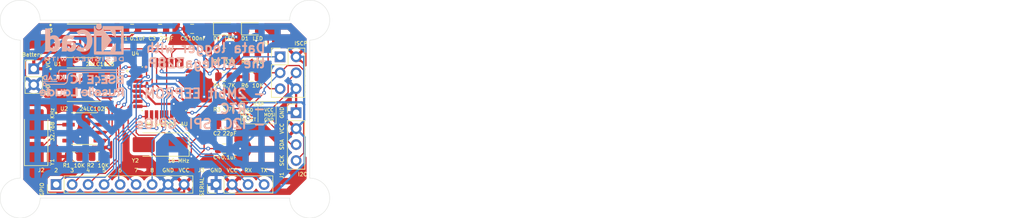
<source format=kicad_pcb>
(kicad_pcb (version 20241229) (generator "pcbnew") (generator_version "9.0")
  (title_block (title "MCU Datalogger") (date "9/16/2025") (company "LAUDE, RUSELLE RAE D.") (comment 1 "BSECE - 1C") (comment 2 "ELECTRONICS ENGINEERING DEPARTMENT") (comment 3 "COLLEGE OF ENGINEERING") (comment 4 "TECHNOLOGICAL UNIVERSITY OF THE PHILIPPINES"))
  (layers (0 "F.Cu" mixed) (2 "B.Cu" signal) (13 "F.Paste" user) (15 "B.Paste" user) (5 "F.SilkS" user "F.Silkscreen") (7 "B.SilkS" user "B.Silkscreen") (1 "F.Mask" user) (3 "B.Mask" user) (25 "Edge.Cuts" user))
  (property "MCU Datalogger" "MCU Datalogger with memory and clock")
  (net 0 "")
  (net 1 "/Vcc")
  (net 2 "GND")
  (net 3 "Net-(U4-PB6)")
  (net 4 "Net-(U4-PB7)")
  (net 5 "Net-(U4-AREF)")
  (net 6 "Net-(D1-K)")
  (net 7 "/SCK")
  (net 8 "Net-(D2-K)")
  (net 9 "/SDA")
  (net 10 "/D4")
  (net 11 "/D5")
  (net 12 "/D8")
  (net 13 "/D3")
  (net 14 "/D2")
  (net 15 "/D7")
  (net 16 "/D6")
  (net 17 "/RX")
  (net 18 "/TX")
  (net 19 "/RESET")
  (net 20 "/MOSI")
  (net 21 "/MISO")
  (net 22 "Net-(U2-~{INTA})")
  (net 23 "Net-(U2-SQW{slash}~INT)")
  (net 24 "Net-(U2-X2)")
  (net 25 "Net-(U2-X1)")
  (footprint "Resistor_SMD:R_0805_2012Metric" (layer "F.Cu") (at 123.825 90.17 180)
    (property "Reference" "R3")
    (property "Value" "4.7K" (hide yes))
  )
  (footprint "LED_SMD:LED_0805_2012Metric" (layer "F.Cu") (at 128.27 78.74)
    (property "Reference" "D1")
    (property "Value" "LED" (hide yes))
  )
  (footprint "Resistor_SMD:R_0805_2012Metric" (layer "F.Cu") (at 103.7825 99.06 180)
    (property "Reference" "R2")
    (property "Value" "10K" (hide yes))
  )
  (footprint "MountingHole:MountingHole_2.1mm" (layer "F.Cu") (at 91.44 105.664)
    (property "Reference" "H2" (hide yes))
    (property "Value" "MountingHole" (hide yes))
  )
  (footprint "MountingHole:MountingHole_2.1mm" (layer "F.Cu") (at 137.414 105.664)
    (property "Reference" "H4" (hide yes))
    (property "Value" "MountingHole" (hide yes))
  )
  (footprint "Connector_PinHeader_2.54mm:PinHeader_2x03_P2.54mm_Vertical" (layer "F.Cu") (at 132.715 83.185)
    (property "Reference" "J4")
    (property "Value" "Conn_02x03_Counter_Clockwise" (hide yes))
  )
  (footprint "Capacitor_SMD:C_0805_2012Metric" (layer "F.Cu") (at 123.825 93.98 180)
    (property "Reference" "C2")
    (property "Value" "22pF" (hide yes))
  )
  (footprint "Capacitor_SMD:C_0805_2012Metric" (layer "F.Cu") (at 123.825 97.79 180)
    (property "Reference" "C4")
    (property "Value" "0.1uF" (hide yes))
  )
  (footprint "Capacitor_SMD:C_0805_2012Metric" (layer "F.Cu") (at 113.665 78.74)
    (property "Reference" "C3")
    (property "Value" "22pF" (hide yes))
  )
  (footprint "Resistor_SMD:R_0805_2012Metric" (layer "F.Cu") (at 128.27 82.55 180)
    (property "Reference" "R5")
    (property "Value" "330" (hide yes))
  )
  (footprint "24LC1025-I_SM:SOIC127P794X202-8N" (layer "F.Cu") (at 101.6 87.63)
    (property "Reference" "U1")
    (property "Value" "24LC1025-I_SM" (hide yes))
  )
  (footprint "Resistor_SMD:R_0805_2012Metric" (layer "F.Cu") (at 123.825 82.55)
    (property "Reference" "R7")
    (property "Value" "330" (hide yes))
  )
  (footprint "LED_SMD:LED_0805_2012Metric" (layer "F.Cu") (at 123.825 78.74)
    (property "Reference" "D2")
    (property "Value" "LED" (hide yes))
  )
  (footprint "Crystal:Crystal_SMD_5032-2Pin_5.0x3.2mm_HandSoldering" (layer "F.Cu") (at 93.98 95.885 90)
    (property "Reference" "Y1")
    (property "Value" "32.768 KHz" (hide yes))
  )
  (footprint "Connector_PinHeader_2.54mm:PinHeader_1x04_P2.54mm_Vertical" (layer "F.Cu") (at 122.555 103.505 90)
    (property "Reference" "J3")
    (property "Value" "Conn_01x04_Pin" (hide yes))
  )
  (footprint "Capacitor_SMD:C_0805_2012Metric" (layer "F.Cu") (at 118.745 78.74)
    (property "Reference" "C5")
    (property "Value" "100nF" (hide yes))
  )
  (footprint "ATMEGA328P-AU:QFP80P900X900X120-32N" (layer "F.Cu") (at 114.3 88.265)
    (property "Reference" "U4")
    (property "Value" "ATMEGA328P-AU" (hide yes))
  )
  (footprint "Resistor_SMD:R_0805_2012Metric" (layer "F.Cu") (at 123.825 86.36 180)
    (property "Reference" "R4")
    (property "Value" "4.7K" (hide yes))
  )
  (footprint "Connector_PinHeader_2.54mm:PinHeader_1x04_P2.54mm_Vertical" (layer "F.Cu") (at 135.255 92.075)
    (property "Reference" "J1")
    (property "Value" "Conn_01x04_Pin" (hide yes))
  )
  (footprint "MountingHole:MountingHole_2.1mm" (layer "F.Cu") (at 137.414 77.343)
    (property "Reference" "H3" (hide yes))
    (property "Value" "MountingHole" (hide yes))
  )
  (footprint "Crystal:Crystal_SMD_5032-2Pin_5.0x3.2mm_HandSoldering" (layer "F.Cu") (at 113.665 97.155 180)
    (property "Reference" "Y2")
    (property "Value" "16MHz" (hide yes))
  )
  (footprint "Capacitor_SMD:C_0805_2012Metric" (layer "F.Cu") (at 109.22 78.74)
    (property "Reference" "C1")
    (property "Value" "0.1uF" (hide yes))
  )
  (footprint "Connector_PinHeader_2.54mm:PinHeader_1x02_P2.54mm_Vertical" (layer "F.Cu") (at 93.599 85.09)
    (property "Reference" "BT1" (hide yes))
    (property "Value" "Battery" (hide yes))
  )
  (footprint "Connector_PinHeader_2.54mm:PinHeader_1x09_P2.54mm_Vertical" (layer "F.Cu") (at 97.155 103.505 90)
    (property "Reference" "J2")
    (property "Value" "Conn_01x09_Pin" (hide yes))
  )
  (footprint "MountingHole:MountingHole_2.1mm" (layer "F.Cu") (at 91.44 77.343)
    (property "Reference" "H1" (hide yes))
    (property "Value" "MountingHole" (hide yes))
  )
  (footprint "Resistor_SMD:R_0805_2012Metric" (layer "F.Cu") (at 99.9725 99.06)
    (property "Reference" "R1")
    (property "Value" "10K" (hide yes))
  )
  (footprint "24LC1025-I_SM:SOIC127P794X202-8N" (layer "F.Cu") (at 101.6 80.645)
    (property "Reference" "U3")
    (property "Value" "24LC1025-I_SM" (hide yes))
  )
  (footprint "Resistor_SMD:R_0805_2012Metric" (layer "F.Cu") (at 128.27 86.36)
    (property "Reference" "R6")
    (property "Value" "10K" (hide yes))
  )
  (footprint "DS1337S_:SOIC127P600X175-8N" (layer "F.Cu") (at 101.6 94.615)
    (property "Reference" "U2")
    (property "Value" "DS1337S_" (hide yes))
  )
  (footprint "Symbol:KiCad-Logo2_5mm_SilkScreen" (layer "B.Cu") (at 101.6 80.899 180)
    (property "Reference" "REF**" (hide yes))
    (property "Value" "KiCad-Logo2_5mm_SilkScreen" (hide yes))
  )
  (footprint "LOGO" (layer "B.Cu") (at 101.215 87.63 180)
    (property "Reference" "G***" (hide yes))
    (property "Value" "LOGO" (hide yes))
  )
  (gr_rect (start 126.492 90.297) (end 132.08 93.853) (stroke (width 0.1)) (fill no) (layer "F.SilkS"))
  (gr_line (start 137.414 102.489) (end 137.414 80.518) (stroke (width 0.05)) (layer "Edge.Cuts"))
  (gr_arc (start 137.414 102.489) (mid 139.659064 107.909064) (end 134.239 105.664) (stroke (width 0.05)) (layer "Edge.Cuts"))
  (gr_arc (start 94.615 105.664) (mid 89.194936 107.909064) (end 91.44 102.489) (stroke (width 0.05)) (layer "Edge.Cuts"))
  (gr_line (start 91.44 102.489) (end 91.44 80.518) (stroke (width 0.05)) (layer "Edge.Cuts"))
  (gr_arc (start 91.44 80.518) (mid 89.194936 75.097936) (end 94.615 77.343) (stroke (width 0.05)) (layer "Edge.Cuts"))
  (gr_arc (start 134.239 77.343) (mid 139.659064 75.097936) (end 137.414 80.518) (stroke (width 0.05)) (layer "Edge.Cuts"))
  (gr_line (start 134.239 105.664) (end 94.615 105.664) (stroke (width 0.05)) (layer "Edge.Cuts"))
  (gr_line (start 94.615 77.343) (end 134.239 77.343) (stroke (width 0.05)) (layer "Edge.Cuts"))
  (gr_text "GND" (at 133.35 92.075 90) (layer "F.SilkS") (effects (font (size 0.6 0.6) (thickness 0.11) (bold yes)) (justify bottom)))
  (gr_text "5" (at 104.775 101.6 0) (layer "F.SilkS") (effects (font (size 0.6 0.6) (thickness 0.11) (bold yes)) (justify bottom)))
  (gr_text "VCC" (at 95.885 84.074 90) (layer "F.SilkS") (effects (font (size 0.6 0.6) (thickness 0.11))))
  (gr_text "TX" (at 130.175 101.6 0) (layer "F.SilkS") (effects (font (size 0.6 0.6) (thickness 0.11) (bold yes)) (justify bottom)))
  (gr_text "0.1uF" (at 124.587 99.187 0) (layer "F.SilkS") (effects (font (size 0.6 0.6) (thickness 0.11) (bold yes))))
  (gr_text "6" (at 107.315 101.6 0) (layer "F.SilkS") (effects (font (size 0.6 0.6) (thickness 0.11) (bold yes)) (justify bottom)))
  (gr_text "VCC" (at 133.35 94.615 90) (layer "F.SilkS") (effects (font (size 0.6 0.6) (thickness 0.11) (bold yes)) (justify bottom)))
  (gr_text "10K" (at 129.159 87.757 0) (layer "F.SilkS") (effects (font (size 0.6 0.6) (thickness 0.11) (bold yes))))
  (gr_text "VCC" (at 117.475 101.6 0) (layer "F.SilkS") (effects (font (size 0.6 0.6) (thickness 0.11) (bold yes)) (justify bottom)))
  (gr_text "330" (at 124.714 83.947 0) (layer "F.SilkS") (effects (font (size 0.6 0.6) (thickness 0.11) (bold yes))))
  (gr_text "2" (at 97.155 101.6 0) (layer "F.SilkS") (effects (font (size 0.6 0.6) (thickness 0.11) (bold yes)) (justify bottom)))
  (gr_text "I2C" (at 136.271 102.235 0) (layer "F.SilkS") (effects (font (size 0.6 0.6) (thickness 0.11) (bold yes)) (justify bottom)))
  (gr_text "MISO" (at 127.508 91.948 0) (layer "F.SilkS") (effects (font (size 0.5 0.5) (thickness 0.1) (bold yes)) (justify bottom)))
  (gr_text "GND" (at 114.935 101.6 0) (layer "F.SilkS") (effects (font (size 0.6 0.6) (thickness 0.11) (bold yes)) (justify bottom)))
  (gr_text "24LC1025" (at 103.124 91.821 0) (layer "F.SilkS") (effects (font (size 0.6 0.6) (thickness 0.11) (bold yes)) (justify bottom)))
  (gr_text "32.768 KHz" (at 96.901 93.98 90) (layer "F.SilkS") (effects (font (size 0.6 0.6) (thickness 0.11) (bold yes)) (justify bottom)))
  (gr_text "SDA" (at 133.35 97.155 90) (layer "F.SilkS") (effects (font (size 0.6 0.6) (thickness 0.11) (bold yes)) (justify bottom)))
  (gr_text "100nF" (at 119.507 80.264 0) (layer "F.SilkS") (effects (font (size 0.6 0.6) (thickness 0.11) (bold yes))))
  (gr_text "330" (at 129.159 83.947 0) (layer "F.SilkS") (effects (font (size 0.6 0.6) (thickness 0.11) (bold yes))))
  (gr_text "24LC1025" (at 104.14 84.709 0) (layer "F.SilkS") (effects (font (size 0.6 0.6) (thickness 0.11) (bold yes)) (justify bottom)))
  (gr_text "SCK" (at 127.381 92.71 0) (layer "F.SilkS") (effects (font (size 0.5 0.5) (thickness 0.1) (bold yes)) (justify bottom)))
  (gr_text "4.7K" (at 124.587 91.567 0) (layer "F.SilkS") (effects (font (size 0.6 0.6) (thickness 0.11) (bold yes))))
  (gr_text "RESET" (at 127.762 93.472 0) (layer "F.SilkS") (effects (font (size 0.5 0.5) (thickness 0.1) (bold yes)) (justify bottom)))
  (gr_text "Battery" (at 93.345 83.185 0) (layer "F.SilkS") (effects (font (size 0.6 0.6) (thickness 0.11) (bold yes)) (justify bottom)))
  (gr_text "22pF" (at 114.681 80.264 0) (layer "F.SilkS") (effects (font (size 0.6 0.6) (thickness 0.11) (bold yes))))
  (gr_text "ATMEGA328P-AU" (at 114.3 94.234 0) (layer "F.SilkS") (effects (font (size 0.6 0.6) (thickness 0.11) (bold yes)) (justify bottom)))
  (gr_text "22pF" (at 124.714 95.377 0) (layer "F.SilkS") (effects (font (size 0.6 0.6) (thickness 0.11) (bold yes))))
  (gr_text "3" (at 99.695 101.6 0) (layer "F.SilkS") (effects (font (size 0.6 0.6) (thickness 0.11) (bold yes)) (justify bottom)))
  (gr_text "10K" (at 104.648 100.838 0) (layer "F.SilkS") (effects (font (size 0.6 0.6) (thickness 0.11) (bold yes)) (justify bottom)))
  (gr_text "ISCP" (at 136.017 81.407 0) (layer "F.SilkS") (effects (font (size 0.6 0.6) (thickness 0.11) (bold yes)) (justify bottom)))
  (gr_text "GND" (at 122.555 101.6 0) (layer "F.SilkS") (effects (font (size 0.6 0.6) (thickness 0.11) (bold yes)) (justify bottom)))
  (gr_text "10K" (at 100.838 100.838 0) (layer "F.SilkS") (effects (font (size 0.6 0.6) (thickness 0.11) (bold yes)) (justify bottom)))
  (gr_text "MOSI" (at 131.064 92.71 0) (layer "F.SilkS") (effects (font (size 0.5 0.5) (thickness 0.1) (bold yes)) (justify bottom)))
  (gr_text "7" (at 109.855 101.6 0) (layer "F.SilkS") (effects (font (size 0.6 0.6) (thickness 0.11) (bold yes)) (justify bottom)))
  (gr_text "SERIAL" (at 120.65 103.886 90) (layer "F.SilkS") (effects (font (size 0.6 0.6) (thickness 0.11) (bold yes)) (justify bottom)))
  (gr_text "0.1uF" (at 110.109 80.264 0) (layer "F.SilkS") (effects (font (size 0.6 0.6) (thickness 0.11) (bold yes))))
  (gr_text "4.7K" (at 124.587 87.757 0) (layer "F.SilkS") (effects (font (size 0.6 0.6) (thickness 0.11) (bold yes))))
  (gr_text "ICSP" (at 129.286 91.059 0) (layer "F.SilkS") (effects (font (size 0.5 0.5) (thickness 0.1) (bold yes)) (justify bottom)))
  (gr_text "VCC" (at 125.095 101.6 0) (layer "F.SilkS") (effects (font (size 0.6 0.6) (thickness 0.11) (bold yes)) (justify bottom)))
  (gr_text "GND" (at 130.937 93.472 0) (layer "F.SilkS") (effects (font (size 0.5 0.5) (thickness 0.1) (bold yes)) (justify bottom)))
  (gr_text "16 MHz" (at 116.586 100.076 0) (layer "F.SilkS") (effects (font (size 0.6 0.6) (thickness 0.11) (bold yes)) (justify bottom)))
  (gr_text "4" (at 102.235 101.6 0) (layer "F.SilkS") (effects (font (size 0.6 0.6) (thickness 0.11) (bold yes)) (justify bottom)))
  (gr_text "RX" (at 127.635 101.6 0) (layer "F.SilkS") (effects (font (size 0.6 0.6) (thickness 0.11) (bold yes)) (justify bottom)))
  (gr_text "VCC" (at 130.937 91.948 0) (layer "F.SilkS") (effects (font (size 0.5 0.5) (thickness 0.1) (bold yes)) (justify bottom)))
  (gr_text "8" (at 112.395 101.6 0) (layer "F.SilkS") (effects (font (size 0.6 0.6) (thickness 0.11) (bold yes)) (justify bottom)))
  (gr_text "SCK" (at 133.35 99.695 90) (layer "F.SilkS") (effects (font (size 0.6 0.6) (thickness 0.11) (bold yes)) (justify bottom)))
  (gr_text "LED" (at 124.714 80.264 0) (layer "F.SilkS") (effects (font (size 0.6 0.6) (thickness 0.11) (bold yes))))
  (gr_text "LED" (at 129.159 80.264 0) (layer "F.SilkS") (effects (font (size 0.6 0.6) (thickness 0.11) (bold yes))))
  (gr_text "GND" (at 95.885 88.519 90) (layer "F.SilkS") (effects (font (size 0.6 0.6) (thickness 0.11))))
  (gr_text "|\n|\n|" (at 128.905 93.472 0) (layer "F.SilkS") (effects (font (size 0.5 0.5) (thickness 0.1) (bold yes)) (justify left bottom)))
  (gr_text "GPIO" (at 95.25 104.267 90) (layer "F.SilkS") (effects (font (size 0.6 0.6) (thickness 0.11) (bold yes)) (justify bottom)))
  (gr_text "Data logger with\nthe ATMega328P.\n\n- 2Mbit EEPROM\n- RTC\n- I2C, SPI, GPIOs" (at 130.556 94.742 0) (layer "B.SilkS") (effects (font (size 1.5 1.5) (thickness 0.3) (bold yes)) (justify left bottom mirror)))
  (segment (start 100.33 100.33) (end 103.425 100.33) (width 0.35) (layer "F.Cu") (net 1))
  (segment (start 111.633 87.865) (end 110.13 87.865) (width 0.35) (layer "F.Cu") (net 1))
  (segment (start 117.57 90.265) (end 116.84 89.535) (width 0.35) (layer "F.Cu") (net 1))
  (segment (start 95.885 104.809) (end 117.441 104.809) (width 0.35) (layer "F.Cu") (net 1))
  (segment (start 95.885 79.375) (end 95.885 80.645) (width 0.35) (layer "F.Cu") (net 1))
  (segment (start 95.885 80.645) (end 96.52 81.28) (width 0.35) (layer "F.Cu") (net 1))
  (segment (start 103.425 100.33) (end 104.695 99.06) (width 0.35) (layer "F.Cu") (net 1))
  (segment (start 99.06 99.06) (end 100.33 100.33) (width 0.35) (layer "F.Cu") (net 1))
  (segment (start 97.96 78.74) (end 96.52 78.74) (width 0.35) (layer "F.Cu") (net 1))
  (segment (start 118.47 90.265) (end 117.57 90.265) (width 0.35) (layer "F.Cu") (net 1))
  (segment (start 124.7375 88.265) (end 124.7375 90.17) (width 0.35) (layer "F.Cu") (net 1))
  (segment (start 108.27 78.74) (end 105.24 78.74) (width 0.35) (layer "F.Cu") (net 1))
  (segment (start 126.365 88.9) (end 125.73 88.265) (width 0.35) (layer "F.Cu") (net 1))
  (segment (start 96.52 78.74) (end 95.885 79.375) (width 0.35) (layer "F.Cu") (net 1))
  (segment (start 118.47 90.265) (end 119.92 90.265) (width 0.35) (layer "F.Cu") (net 1))
  (segment (start 117.441 104.809) (end 117.475 104.775) (width 0.2) (layer "F.Cu") (net 1))
  (segment (start 95.885 104.775) (end 95.885 104.809) (width 0.2) (layer "F.Cu") (net 1))
  (segment (start 117.475 104.775) (end 117.475 103.505) (width 0.35) (layer "F.Cu") (net 1))
  (segment (start 97.96 88.265) (end 99.695 88.265) (width 0.35) (layer "F.Cu") (net 1))
  (segment (start 124.7375 88.265) (end 124.7375 86.36) (width 0.35) (layer "F.Cu") (net 1))
  (segment (start 102.235 85.725) (end 105.24 85.725) (width 0.35) (layer "F.Cu") (net 1))
  (segment (start 99.695 88.265) (end 102.235 85.725) (width 0.35) (layer "F.Cu") (net 1))
  (segment (start 95.25 102.87) (end 95.25 104.14) (width 0.35) (layer "F.Cu") (net 1))
  (segment (start 95.25 104.14) (end 95.885 104.775) (width 0.35) (layer "F.Cu") (net 1))
  (segment (start 125.73 88.265) (end 124.7375 88.265) (width 0.35) (layer "F.Cu") (net 1))
  (segment (start 124.7375 86.36) (end 127.3575 86.36) (width 0.35) (layer "F.Cu") (net 1))
  (segment (start 99.06 99.06) (end 95.25 102.87) (width 0.35) (layer "F.Cu") (net 1))
  (segment (start 119.92 90.265) (end 120.65 89.535) (width 0.35) (layer "F.Cu") (net 1))
  (segment (start 117.795 78.74) (end 116.84 78.74) (width 0.35) (layer "F.Cu") (net 1))
  (segment (start 125.73 79.7075) (end 125.73 80.01) (width 0.35) (layer "F.Cu") (net 1))
  (segment (start 124.7625 78.74) (end 125.73 79.7075) (width 0.35) (layer "F.Cu") (net 1))
  (segment (start 97.96 85.725) (end 97.96 86.995) (width 0.35) (layer "F.Cu") (net 1))
  (segment (start 96.52 81.28) (end 97.96 81.28) (width 0.35) (layer "F.Cu") (net 1))
  (segment (start 97.96 86.995) (end 97.96 88.265) (width 0.35) (layer "F.Cu") (net 1))
  (via (at 126.365 88.9) (size 0.6) (drill 0.3) (layers "F.Cu" "B.Cu") (net 1))
  (via (at 111.633 87.865) (size 0.6) (drill 0.3) (layers "F.Cu" "B.Cu") (net 1))
  (via (at 116.84 78.74) (size 0.6) (drill 0.3) (layers "F.Cu" "B.Cu") (net 1))
  (via (at 99.695 81.153) (size 0.6) (drill 0.3) (layers "F.Cu" "B.Cu") (net 1))
  (via (at 101.727 82.042) (size 0.6) (drill 0.3) (layers "F.Cu" "B.Cu") (net 1))
  (via (at 125.73 80.01) (size 0.6) (drill 0.3) (layers "F.Cu" "B.Cu") (net 1))
  (via (at 120.65 89.535) (size 0.6) (drill 0.3) (layers "F.Cu" "B.Cu") (net 1))
  (via (at 101.981 92.71) (size 0.6) (drill 0.3) (layers "F.Cu" "B.Cu") (net 1))
  (via (at 105.537 97.536) (size 0.6) (drill 0.3) (layers "F.Cu" "B.Cu") (net 1))
  (via (at 116.84 89.535) (size 0.6) (drill 0.3) (layers "F.Cu" "B.Cu") (net 1))
  (segment (start 136.611 100.143537) (end 136.611 95.971) (width 0.35) (layer "B.Cu") (net 1))
  (segment (start 136.531 88.793537) (end 136.525 88.799537) (width 0.35) (layer "B.Cu") (net 1))
  (segment (start 136.525 86.259537) (end 136.525 87.730463) (width 0.35) (layer "B.Cu") (net 1))
  (segment (start 111.633 87.865) (end 112.16 87.865) (width 0.35) (layer "B.Cu") (net 1))
  (segment (start 105.537 96.266) (end 101.981 92.71) (width 0.35) (layer "B.Cu") (net 1))
  (segment (start 136.531 87.736463) (end 136.531 88.793537) (width 0.35) (layer "B.Cu") (net 1))
  (segment (start 123.825 80.01) (end 120.65 83.185) (width 0.35) (layer "B.Cu") (net 1))
  (segment (start 136.611 95.971) (end 135.255 94.615) (width 0.35) (layer "B.Cu") (net 1))
  (segment (start 136.525 88.799537) (end 136.525 90.793) (width 0.35) (layer "B.Cu") (net 1))
  (segment (start 125.095 103.505) (end 126.371 104.781) (width 0.35) (layer "B.Cu") (net 1))
  (segment (start 136.525 87.730463) (end 136.531 87.736463) (width 0.35) (layer "B.Cu") (net 1))
  (segment (start 136.531 85.196463) (end 136.531 86.253537) (width 0.35) (layer "B.Cu") (net 1))
  (segment (start 116.84 88.265) (end 116.84 89.535) (width 0.35) (layer "B.Cu") (net 1))
  (segment (start 116.84 78.74) (end 116.205 79.375) (width 0.35) (layer "B.Cu") (net 1))
  (segment (start 136.525 85.190463) (end 136.531 85.196463) (width 0.35) (layer "B.Cu") (net 1))
  (segment (start 125.73 80.01) (end 123.825 80.01) (width 0.35) (layer "B.Cu") (net 1))
  (segment (start 120.65 83.185) (end 120.65 89.535) (width 0.35) (layer "B.Cu") (net 1))
  (segment (start 127.889 90.424) (end 126.365 88.9) (width 0.35) (layer "B.Cu") (net 1))
  (segment (start 112.522 87.503) (end 116.078 87.503) (width 0.35) (layer "B.Cu") (net 1))
  (segment (start 120.65 83.185) (end 116.84 79.375) (width 0.35) (layer "B.Cu") (net 1))
  (segment (start 136.531 93.339) (end 136.531 90.799) (width 0.35) (layer "B.Cu") (net 1))
  (segment (start 136.531 86.253537) (end 136.525 86.259537) (width 0.35) (layer "B.Cu") (net 1))
  (segment (start 112.16 87.865) (end 112.522 87.503) (width 0.35) (layer "B.Cu") (net 1))
  (segment (start 116.078 87.503) (end 116.84 88.265) (width 0.35) (layer "B.Cu") (net 1))
  (segment (start 136.525 83.185) (end 136.525 85.190463) (width 0.35) (layer "B.Cu") (net 1))
  (segment (start 135.255 83.185) (end 136.525 83.185) (width 0.35) (layer "B.Cu") (net 1))
  (segment (start 99.314 79.375) (end 93.599 85.09) (width 0.35) (layer "B.Cu") (net 1))
  (segment (start 99.695 81.153) (end 100.838 81.153) (width 0.35) (layer "B.Cu") (net 1))
  (segment (start 126.371 104.781) (end 131.973537 104.781) (width 0.35) (layer "B.Cu") (net 1))
  (segment (start 136.531 90.799) (end 136.156 90.424) (width 0.35) (layer "B.Cu") (net 1))
  (segment (start 135.255 94.615) (end 136.531 93.339) (width 0.35) (layer "B.Cu") (net 1))
  (segment (start 116.205 79.375) (end 99.314 79.375) (width 0.35) (layer "B.Cu") (net 1))
  (segment (start 100.838 81.153) (end 101.727 82.042) (width 0.35) (layer "B.Cu") (net 1))
  (segment (start 136.156 90.424) (end 127.889 90.424) (width 0.35) (layer "B.Cu") (net 1))
  (segment (start 131.973537 104.781) (end 136.611 100.143537) (width 0.35) (layer "B.Cu") (net 1))
  (segment (start 116.84 79.375) (end 116.205 79.375) (width 0.35) (layer "B.Cu") (net 1))
  (segment (start 136.525 90.793) (end 136.531 90.799) (width 0.35) (layer "B.Cu") (net 1))
  (segment (start 105.537 97.536) (end 105.537 96.266) (width 0.35) (layer "B.Cu") (net 1))
  (segment (start 109.355912 88.665) (end 110.13 88.665) (width 0.35) (layer "F.Cu") (net 2))
  (segment (start 92.202 86.233) (end 92.202 83.693) (width 0.35) (layer "F.Cu") (net 2))
  (segment (start 104.14 86.995) (end 103.505 87.63) (width 0.35) (layer "F.Cu") (net 2))
  (segment (start 120.015 80.01) (end 120.65 80.01) (width 0.35) (layer "F.Cu") (net 2))
  (segment (start 119.695 79.69) (end 120.015 80.01) (width 0.35) (layer "F.Cu") (net 2))
  (segment (start 116.459 86.868) (end 117.456 87.865) (width 0.35) (layer "F.Cu") (net 2))
  (segment (start 100.965 80.01) (end 100.965 81.28) (width 0.35) (layer "F.Cu") (net 2))
  (segment (start 129.1825 84.3515) (end 129.286 84.455) (width 0.35) (layer "F.Cu") (net 2))
  (segment (start 109.277 87.065) (end 110.13 87.065) (width 0.35) (layer "F.Cu") (net 2))
  (segment (start 124.775 93.98) (end 124.775 97.79) (width 0.35) (layer "F.Cu") (net 2))
  (segment (start 110.904088 88.665) (end 110.13 88.665) (width 0.35) (layer "F.Cu") (net 2))
  (segment (start 117.456 87.865) (end 118.47 87.865) (width 0.35) (layer "F.Cu") (net 2))
  (segment (start 105.24 86.995) (end 104.14 86.995) (width 0.35) (layer "F.Cu") (net 2))
  (segment (start 100.965 80.01) (end 105.24 80.01) (width 0.35) (layer "F.Cu") (net 2))
  (segment (start 129.1825 82.55) (end 129.1825 80.9225) (width 0.35) (layer "F.Cu") (net 2))
  (segment (start 92.202 83.693) (end 93.345 82.55) (width 0.35) (layer "F.Cu") (net 2))
  (segment (start 97.96 89.535) (end 95.504 89.535) (width 0.35) (layer "F.Cu") (net 2))
  (segment (start 97.96 80.01) (end 100.965 80.01) (width 0.35) (layer "F.Cu") (net 2))
  (segment (start 119.695 78.74) (end 119.695 79.69) (width 0.35) (layer "F.Cu") (net 2))
  (segment (start 124.775 97.79) (end 126.365 97.79) (width 0.35) (layer "F.Cu") (net 2))
  (segment (start 100.965 81.28) (end 99.695 82.55) (width 0.35) (layer "F.Cu") (net 2))
  (segment (start 93.599 87.63) (end 92.202 86.233) (width 0.35) (layer "F.Cu") (net 2))
  (segment (start 118.618 96.901) (end 118.618 99.045) (width 0.2) (layer "F.Cu") (net 2))
  (segment (start 108.822606 88.037411) (end 108.822606 88.131694) (width 0.35) (layer "F.Cu") (net 2))
  (segment (start 108.822606 88.037411) (end 108.822606 87.519394) (width 0.35) (layer "F.Cu") (net 2))
  (segment (start 110.17 78.74) (end 112.715 78.74) (width 0.35) (layer "F.Cu") (net 2))
  (segment (start 108.9 80.01) (end 110.17 78.74) (width 0.35) (layer "F.Cu") (net 2))
  (segment (start 112.917088 90.678) (end 110.904088 88.665) (width 0.35) (layer "F.Cu") (net 2))
  (segment (start 115.824 90.678) (end 112.917088 90.678) (width 0.35) (layer "F.Cu") (net 2))
  (segment (start 129.1825 80.9225) (end 128.905 80.645) (width 0.35) (layer "F.Cu") (net 2))
  (segment (start 108.822606 87.519394) (end 109.277 87.065) (width 0.35) (layer "F.Cu") (net 2))
  (segment (start 108.822606 88.131694) (end 109.355912 88.665) (width 0.35) (layer "F.Cu") (net 2))
  (segment (start 93.345 82.55) (end 97.96 82.55) (width 0.35) (layer "F.Cu") (net 2))
  (segment (start 124.7375 81.026) (end 124.7375 82.55) (width 0.35) (layer "F.Cu") (net 2))
  (segment (start 135.255 92.075) (end 135.255 88.265) (width 0.35) (layer "F.Cu") (net 2))
  (segment (start 99.125 96.52) (end 100.33 96.52) (width 0.35) (layer "F.Cu") (net 2))
  (segment (start 129.1825 82.55) (end 129.1825 84.3515) (width 0.35) (layer "F.Cu") (net 2))
  (segment (start 100.33 96.52) (end 100.965 95.885) (width 0.35) (layer "F.Cu") (net 2))
  (segment (start 119.634 95.885) (end 118.618 96.901) (width 0.2) (layer "F.Cu") (net 2))
  (segment (start 99.695 82.55) (end 97.96 82.55) (width 0.35) (layer "F.Cu") (net 2))
  (segment (start 105.24 80.01) (end 108.9 80.01) (width 0.35) (layer "F.Cu") (net 2))
  (segment (start 95.504 89.535) (end 93.599 87.63) (width 0.35) (layer "F.Cu") (net 2))
  (via (at 119.634 95.885) (size 0.6) (drill 0.3) (layers "F.Cu" "B.Cu") (net 2))
  (via (at 116.459 86.868) (size 0.6) (drill 0.3) (layers "F.Cu" "B.Cu") (net 2))
  (via (at 126.365 97.79) (size 0.6) (drill 0.3) (layers "F.Cu" "B.Cu") (net 2))
  (via (at 124.7375 81.026) (size 0.6) (drill 0.3) (layers "F.Cu" "B.Cu") (net 2))
  (via (at 120.65 80.01) (size 0.6) (drill 0.3) (layers "F.Cu" "B.Cu") (net 2))
  (via (at 103.505 87.63) (size 0.6) (drill 0.3) (layers "F.Cu" "B.Cu") (net 2))
  (via (at 100.965 95.885) (size 0.6) (drill 0.3) (layers "F.Cu" "B.Cu") (net 2))
  (via (at 128.905 80.645) (size 0.6) (drill 0.3) (layers "F.Cu" "B.Cu") (net 2))
  (via (at 115.824 90.678) (size 0.6) (drill 0.3) (layers "F.Cu" "B.Cu") (net 2))
  (via (at 118.618 99.045) (size 0.6) (drill 0.3) (layers "F.Cu" "B.Cu") (net 2))
  (via (at 108.822606 88.037411) (size 0.6) (drill 0.3) (layers "F.Cu" "B.Cu") (net 2))
  (via (at 129.286 84.455) (size 0.6) (drill 0.3) (layers "F.Cu" "B.Cu") (net 2))
  (segment (start 126.365 97.79) (end 126.492 97.79) (width 0.35) (layer "B.Cu") (net 2))
  (segment (start 132.207 92.075) (end 135.255 92.075) (width 0.35) (layer "B.Cu") (net 2))
  (segment (start 126.492 97.79) (end 132.207 92.075) (width 0.35) (layer "B.Cu") (net 2))
  (segment (start 118.999 99.695) (end 120.65 98.044) (width 0.2) (layer "F.Cu") (net 3))
  (segment (start 108.585 94.675) (end 111.065 97.155) (width 0.2) (layer "F.Cu") (net 3))
  (segment (start 109.532688 90.265) (end 108.585 91.212688) (width 0.2) (layer "F.Cu") (net 3))
  (segment (start 122.875 94.1375) (end 122.875 93.98) (width 0.2) (layer "F.Cu") (net 3))
  (segment (start 120.65 98.044) (end 120.65 96.3625) (width 0.2) (layer "F.Cu") (net 3))
  (segment (start 108.585 91.212688) (end 108.585 94.675) (width 0.2) (layer "F.Cu") (net 3))
  (segment (start 113.605 99.695) (end 118.999 99.695) (width 0.2) (layer "F.Cu") (net 3))
  (segment (start 111.065 97.155) (end 113.605 99.695) (width 0.2) (layer "F.Cu") (net 3))
  (segment (start 120.65 96.3625) (end 122.875 94.1375) (width 0.2) (layer "F.Cu") (net 3))
  (segment (start 122.875 94.295) (end 122.875 93.98) (width 0.2) (layer "F.Cu") (net 3))
  (segment (start 110.13 90.265) (end 109.532688 90.265) (width 0.2) (layer "F.Cu") (net 3))
  (segment (start 114.615 78.74) (end 114.615 80.33) (width 0.2) (layer "F.Cu") (net 4))
  (segment (start 109.855 91.34) (end 109.855 95.25) (width 0.2) (layer "F.Cu") (net 4))
  (segment (start 111.5 91.065) (end 111.76 90.805) (width 0.2) (layer "F.Cu") (net 4))
  (segment (start 114.36 95.25) (end 116.265 97.155) (width 0.2) (layer "F.Cu") (net 4))
  (segment (start 110.13 91.065) (end 111.5 91.065) (width 0.2) (layer "F.Cu") (net 4))
  (segment (start 114.615 80.33) (end 114.3 80.645) (width 0.2) (layer "F.Cu") (net 4))
  (segment (start 109.855 95.25) (end 110.259 95.654) (width 0.2) (layer "F.Cu") (net 4))
  (segment (start 113.261 95.654) (end 113.665 95.25) (width 0.2) (layer "F.Cu") (net 4))
  (segment (start 110.13 91.065) (end 109.855 91.34) (width 0.2) (layer "F.Cu") (net 4))
  (segment (start 113.665 95.25) (end 114.36 95.25) (width 0.2) (layer "F.Cu") (net 4))
  (segment (start 110.259 95.654) (end 113.261 95.654) (width 0.2) (layer "F.Cu") (net 4))
  (via (at 114.3 80.645) (size 0.6) (drill 0.3) (layers "F.Cu" "B.Cu") (net 4))
  (via (at 111.76 90.805) (size 0.6) (drill 0.3) (layers "F.Cu" "B.Cu") (net 4))
  (segment (start 111.125 86.995) (end 111.974943 86.995) (width 0.2) (layer "B.Cu") (net 4))
  (segment (start 110.49 89.535) (end 110.49 87.63) (width 0.2) (layer "B.Cu") (net 4))
  (segment (start 112.395 86.574943) (end 112.395 82.55) (width 0.2) (layer "B.Cu") (net 4))
  (segment (start 112.395 82.55) (end 114.3 80.645) (width 0.2) (layer "B.Cu") (net 4))
  (segment (start 111.76 90.805) (end 110.49 89.535) (width 0.2) (layer "B.Cu") (net 4))
  (segment (start 110.49 87.63) (end 111.125 86.995) (width 0.2) (layer "B.Cu") (net 4))
  (segment (start 111.974943 86.995) (end 112.395 86.574943) (width 0.2) (layer "B.Cu") (net 4))
  (segment (start 122.875 97.79) (end 121.285 97.79) (width 0.2) (layer "F.Cu") (net 5))
  (segment (start 115.97 88.665) (end 115.57 88.265) (width 0.2) (layer "F.Cu") (net 5))
  (segment (start 118.47 88.665) (end 115.97 88.665) (width 0.2) (layer "F.Cu") (net 5))
  (via (at 115.57 88.265) (size 0.6) (drill 0.3) (layers "F.Cu" "B.Cu") (net 5))
  (via (at 121.285 97.79) (size 0.6) (drill 0.3) (layers "F.Cu" "B.Cu") (net 5))
  (segment (start 115.326021 88.508979) (end 115.336 88.518957) (width 0.2) (layer "B.Cu") (net 5))
  (segment (start 115.336 88.518957) (end 115.336 89.3201) (width 0.2) (layer "B.Cu") (net 5))
  (segment (start 115.57 88.265) (end 115.326021 88.508979) (width 0.2) (layer "B.Cu") (net 5))
  (segment (start 120.015 97.79) (end 121.285 97.79) (width 0.2) (layer "B.Cu") (net 5))
  (segment (start 114.701 89.9551) (end 114.701 92.476) (width 0.2) (layer "B.Cu") (net 5))
  (segment (start 114.701 92.476) (end 120.015 97.79) (width 0.2) (layer "B.Cu") (net 5))
  (segment (start 115.336 89.3201) (end 114.701 89.9551) (width 0.2) (layer "B.Cu") (net 5))
  (segment (start 127.3325 82.525) (end 127.3575 82.55) (width 0.2) (layer "F.Cu") (net 6))
  (segment (start 127.3325 78.74) (end 127.3325 82.525) (width 0.2) (layer "F.Cu") (net 6))
  (segment (start 107.315 82.7361) (end 107.7351 82.316) (width 0.2) (layer "F.Cu") (net 7))
  (segment (start 133.866 84.574) (end 135.73176 84.574) (width 0.2) (layer "F.Cu") (net 7))
  (segment (start 130.81 80.3425) (end 130.81 85.725) (width 0.2) (layer "F.Cu") (net 7))
  (segment (start 122.9125 90.17) (end 122.0175 91.065) (width 0.2) (layer "F.Cu") (net 7))
  (segment (start 104.14 81.28) (end 105.24 81.28) (width 0.2) (layer "F.Cu") (net 7))
  (segment (start 103.505 81.915) (end 104.14 81.28) (width 0.2) (layer "F.Cu") (net 7))
  (segment (start 105.537 94.773) (end 105.06 95.25) (width 0.2) (layer "F.Cu") (net 7))
  (segment (start 105.24 88.265) (end 104.573124 88.265) (width 0.2) (layer "F.Cu") (net 7))
  (segment (start 105.24 88.265) (end 106.084999 88.265) (width 0.2) (layer "F.Cu") (net 7))
  (segment (start 127.635 91.44) (end 124.1825 91.44) (width 0.2) (layer "F.Cu") (net 7))
  (segment (start 103.505 89.535) (end 105.537 91.567) (width 0.2) (layer "F.Cu") (net 7))
  (segment (start 103.938124 88.9) (end 102.87 88.9) (width 0.2) (layer "F.Cu") (net 7))
  (segment (start 113.518312 82.316) (end 114.7 83.497688) (width 0.2) (layer "F.Cu") (net 7))
  (segment (start 122.0175 91.065) (end 118.47 91.065) (width 0.2) (layer "F.Cu") (net 7))
  (segment (start 114.7 84.095) (end 114.7 88.450057) (width 0.2) (layer "F.Cu") (net 7))
  (segment (start 135.73176 84.574) (end 136.456 85.29824) (width 0.2) (layer "F.Cu") (net 7))
  (segment (start 105.06 95.25) (end 104.075 95.25) (width 0.2) (layer "F.Cu") (net 7))
  (segment (start 130.175 88.9) (end 127.635 91.44) (width 0.2) (layer "F.Cu") (net 7))
  (segment (start 136.456 85.29824) (end 136.456 98.494) (width 0.2) (layer "F.Cu") (net 7))
  (segment (start 105.537 91.567) (end 105.537 94.773) (width 0.2) (layer "F.Cu") (net 7))
  (segment (start 104.573124 88.265) (end 103.938124 88.9) (width 0.2) (layer "F.Cu") (net 7))
  (segment (start 107.7351 82.316) (end 113.518312 82.316) (width 0.2) (layer "F.Cu") (net 7))
  (segment (start 106.513 85.394164) (end 103.505 82.386164) (width 0.2) (layer "F.Cu") (net 7))
  (segment (start 103.505 89.333124) (end 103.505 89.535) (width 0.2) (layer "F.Cu") (net 7))
  (segment (start 103.505 82.386164) (end 103.505 81.915) (width 0.2) (layer "F.Cu") (net 7))
  (segment (start 117.314943 91.065) (end 118.47 91.065) (width 0.2) (layer "F.Cu") (net 7))
  (segment (start 107.315 88.9) (end 107.315 82.7361) (width 0.2) (layer "F.Cu") (net 7))
  (segment (start 114.7 83.497688) (end 114.7 84.095) (width 0.2) (layer "F.Cu") (net 7))
  (segment (start 130.81 85.725) (end 132.715 85.725) (width 0.2) (layer "F.Cu") (net 7))
  (segment (start 136.456 98.494) (end 135.255 99.695) (width 0.2) (layer "F.Cu") (net 7))
  (segment (start 106.513 87.836999) (end 106.513 85.394164) (width 0.2) (layer "F.Cu") (net 7))
  (segment (start 103.938124 88.9) (end 103.505 89.333124) (width 0.2) (layer "F.Cu") (net 7))
  (segment (start 106.084999 88.265) (end 106.513 87.836999) (width 0.2) (layer "F.Cu") (net 7))
  (segment (start 124.1825 91.44) (end 122.9125 90.17) (width 0.2) (layer "F.Cu") (net 7))
  (segment (start 114.7 88.450057) (end 117.314943 91.065) (width 0.2) (layer "F.Cu") (net 7))
  (segment (start 132.715 85.725) (end 133.866 84.574) (width 0.2) (layer "F.Cu") (net 7))
  (segment (start 129.2075 78.74) (end 130.81 80.3425) (width 0.2) (layer "F.Cu") (net 7))
  (via (at 130.175 88.9) (size 0.6) (drill 0.3) (layers "F.Cu" "B.Cu") (net 7))
  (via (at 107.315 88.9) (size 0.6) (drill 0.3) (layers "F.Cu" "B.Cu") (net 7))
  (via (at 102.87 88.9) (size 0.6) (drill 0.3) (layers "F.Cu" "B.Cu") (net 7))
  (segment (start 106.68 89.535) (end 107.315 88.9) (width 0.2) (layer "B.Cu") (net 7))
  (segment (start 102.87 88.9) (end 103.505 89.535) (width 0.2) (layer "B.Cu") (net 7))
  (segment (start 130.175 88.265) (end 130.175 88.9) (width 0.2) (layer "B.Cu") (net 7))
  (segment (start 132.715 85.725) (end 130.175 88.265) (width 0.2) (layer "B.Cu") (net 7))
  (segment (start 103.505 89.535) (end 106.68 89.535) (width 0.2) (layer "B.Cu") (net 7))
  (segment (start 122.8875 82.525) (end 122.9125 82.55) (width 0.2) (layer "F.Cu") (net 8))
  (segment (start 122.8875 78.74) (end 122.8875 82.525) (width 0.2) (layer "F.Cu") (net 8))
  (segment (start 119.38 81.915) (end 122.9125 85.4475) (width 0.2) (layer "F.Cu") (net 9))
  (segment (start 107.569 81.915) (end 106.934 82.55) (width 0.2) (layer "F.Cu") (net 9))
  (segment (start 105.830057 89.535) (end 106.914 88.451057) (width 0.2) (layer "F.Cu") (net 9))
  (segment (start 105.24 89.535) (end 105.830057 89.535) (width 0.2) (layer "F.Cu") (net 9))
  (segment (start 106.045 95.535) (end 106.045 90.34) (width 0.2) (layer "F.Cu") (net 9))
  (segment (start 122.9125 86.36) (end 122.9125 87.9875) (width 0.2) (layer "F.Cu") (net 9))
  (segment (start 106.045 90.34) (end 105.24 89.535) (width 0.2) (layer "F.Cu") (net 9))
  (segment (start 105.06 96.52) (end 106.045 95.535) (width 0.2) (layer "F.Cu") (net 9))
  (segment (start 115.5 84.095) (end 115.5 82.62) (width 0.2) (layer "F.Cu") (net 9))
  (segment (start 106.934 82.55) (end 105.24 82.55) (width 0.2) (layer "F.Cu") (net 9))
  (segment (start 116.205 81.915) (end 119.38 81.915) (width 0.2) (layer "F.Cu") (net 9))
  (segment (start 130.302 92.964) (end 134.493 97.155) (width 0.2) (layer "F.Cu") (net 9))
  (segment (start 122.9125 85.4475) (end 122.9125 86.36) (width 0.2) (layer "F.Cu") (net 9))
  (segment (start 127.635 92.964) (end 130.302 92.964) (width 0.2) (layer "F.Cu") (net 9))
  (segment (start 115.5 82.62) (end 116.205 81.915) (width 0.2) (layer "F.Cu") (net 9))
  (segment (start 116.205 81.915) (end 107.569 81.915) (width 0.2) (layer "F.Cu") (net 9))
  (segment (start 134.493 97.155) (end 135.255 97.155) (width 0.2) (layer "F.Cu") (net 9))
  (segment (start 104.075 96.52) (end 105.06 96.52) (width 0.2) (layer "F.Cu") (net 9))
  (segment (start 106.914 82.57) (end 106.934 82.55) (width 0.2) (layer "F.Cu") (net 9))
  (segment (start 106.914 88.451057) (end 106.914 82.57) (width 0.2) (layer "F.Cu") (net 9))
  (via (at 127.635 92.964) (size 0.6) (drill 0.3) (layers "F.Cu" "B.Cu") (net 9))
  (via (at 122.9125 87.9875) (size 0.6) (drill 0.3) (layers "F.Cu" "B.Cu") (net 9))
  (segment (start 127.635 92.71) (end 127.635 92.964) (width 0.2) (layer "B.Cu") (net 9))
  (segment (start 122.9125 87.9875) (end 127.635 92.71) (width 0.2) (layer "B.Cu") (net 9))
  (segment (start 108.204 86.233) (end 108.236 86.265) (width 0.2) (layer "F.Cu") (net 10))
  (segment (start 107.081 91.674) (end 107.95 90.805) (width 0.2) (layer "F.Cu") (net 10))
  (segment (start 102.235 103.505) (end 103.993 101.747) (width 0.2) (layer "F.Cu") (net 10))
  (segment (start 108.236 86.265) (end 110.13 86.265) (width 0.2) (layer "F.Cu") (net 10))
  (segment (start 103.993 101.747) (end 104.9411 101.747) (width 0.2) (layer "F.Cu") (net 10))
  (segment (start 104.9411 101.747) (end 107.081 99.6071) (width 0.2) (layer "F.Cu") (net 10))
  (segment (start 107.081 99.6071) (end 107.081 91.674) (width 0.2) (layer "F.Cu") (net 10))
  (segment (start 107.95 90.805) (end 108.077 90.678) (width 0.2) (layer "F.Cu") (net 10))
  (via (at 108.204 86.233) (size 0.6) (drill 0.3) (layers "F.Cu" "B.Cu") (net 10))
  (via (at 107.95 90.805) (size 0.6) (drill 0.3) (layers "F.Cu" "B.Cu") (net 10))
  (segment (start 107.716 87.8449) (end 108.317 88.4459) (width 0.2) (layer "B.Cu") (net 10))
  (segment (start 107.716 86.467) (end 107.716 87.8449) (width 0.2) (layer "B.Cu") (net 10))
  (segment (start 108.317 90.438) (end 107.95 90.805) (width 0.2) (layer "B.Cu") (net 10))
  (segment (start 108.204 86.233) (end 107.95 86.233) (width 0.2) (layer "B.Cu") (net 10))
  (segment (start 107.95 86.233) (end 107.716 86.467) (width 0.2) (layer "B.Cu") (net 10))
  (segment (start 108.317 88.4459) (end 108.317 90.438) (width 0.2) (layer "B.Cu") (net 10))
  (segment (start 111.225 92.71) (end 110.49 92.71) (width 0.2) (layer "F.Cu") (net 11))
  (segment (start 111.5 92.435) (end 111.225 92.71) (width 0.2) (layer "F.Cu") (net 11))
  (via (at 110.49 92.71) (size 0.6) (drill 0.3) (layers "F.Cu" "B.Cu") (net 11))
  (segment (start 106.68 101.6) (end 104.775 103.505) (width 0.2) (layer "B.Cu") (net 11))
  (segment (start 106.68 96.52) (end 106.68 101.6) (width 0.2) (layer "B.Cu") (net 11))
  (segment (start 110.49 92.71) (end 106.68 96.52) (width 0.2) (layer "B.Cu") (net 11))
  (segment (start 113.9 92.435) (end 113.9 94.215) (width 0.2) (layer "F.Cu") (net 12))
  (segment (start 113.9 94.215) (end 114.3 94.615) (width 0.2) (layer "F.Cu") (net 12))
  (via (at 114.3 94.615) (size 0.6) (drill 0.3) (layers "F.Cu" "B.Cu") (net 12))
  (segment (start 112.395 96.52) (end 112.395 103.505) (width 0.2) (layer "B.Cu") (net 12))
  (segment (start 114.3 94.615) (end 112.395 96.52) (width 0.2) (layer "B.Cu") (net 12))
  (segment (start 110.13 85.465) (end 109.501 84.836) (width 0.2) (layer "F.Cu") (net 13))
  (segment (start 106.68 90.932) (end 107.061 90.551) (width 0.2) (layer "F.Cu") (net 13))
  (segment (start 104.775 101.346) (end 106.68 99.441) (width 0.2) (layer "F.Cu") (net 13))
  (segment (start 101.854 101.346) (end 104.775 101.346) (width 0.2) (layer "F.Cu") (net 13))
  (segment (start 106.68 99.441) (end 106.68 90.932) (width 0.2) (layer "F.Cu") (net 13))
  (segment (start 109.501 84.836) (end 108.204 84.836) (width 0.2) (layer "F.Cu") (net 13))
  (segment (start 99.695 103.505) (end 101.854 101.346) (width 0.2) (layer "F.Cu") (net 13))
  (via (at 107.061 90.551) (size 0.6) (drill 0.3) (layers "F.Cu" "B.Cu") (net 13))
  (via (at 108.204 84.836) (size 0.6) (drill 0.3) (layers "F.Cu" "B.Cu") (net 13))
  (segment (start 107.823 84.836) (end 107.315 85.344) (width 0.2) (layer "B.Cu") (net 13))
  (segment (start 107.916 89.696) (end 107.061 90.551) (width 0.2) (layer "B.Cu") (net 13))
  (segment (start 108.204 84.836) (end 107.823 84.836) (width 0.2) (layer "B.Cu") (net 13))
  (segment (start 107.916 88.612) (end 107.916 89.696) (width 0.2) (layer "B.Cu") (net 13))
  (segment (start 107.315 85.344) (end 107.315 88.011) (width 0.2) (layer "B.Cu") (net 13))
  (segment (start 107.315 88.011) (end 107.916 88.612) (width 0.2) (layer "B.Cu") (net 13))
  (segment (start 111.5 86.1) (end 111.76 86.36) (width 0.2) (layer "F.Cu") (net 14))
  (segment (start 111.5 84.095) (end 111.5 86.1) (width 0.2) (layer "F.Cu") (net 14))
  (via (at 111.76 86.36) (size 0.6) (drill 0.3) (layers "F.Cu" "B.Cu") (net 14))
  (segment (start 106.279 100.985) (end 104.91 102.354) (width 0.2) (layer "B.Cu") (net 14))
  (segment (start 111.76 86.36) (end 111.125 86.36) (width 0.2) (layer "B.Cu") (net 14))
  (segment (start 98.306 102.354) (end 97.155 103.505) (width 0.2) (layer "B.Cu") (net 14))
  (segment (start 104.91 102.354) (end 98.306 102.354) (width 0.2) (layer "B.Cu") (net 14))
  (segment (start 109.855 87.63) (end 109.855 92.7779) (width 0.2) (layer "B.Cu") (net 14))
  (segment (start 106.279 96.3539) (end 106.279 100.985) (width 0.2) (layer "B.Cu") (net 14))
  (segment (start 109.855 92.7779) (end 106.279 96.3539) (width 0.2) (layer "B.Cu") (net 14))
  (segment (start 111.125 86.36) (end 109.855 87.63) (width 0.2) (layer "B.Cu") (net 14))
  (segment (start 113.1 92.435) (end 113.1 94.545) (width 0.2) (layer "F.Cu") (net 15))
  (via (at 113.1 94.545) (size 0.6) (drill 0.3) (layers "F.Cu" "B.Cu") (net 15))
  (segment (start 107.482 96.988) (end 109.889 94.581) (width 0.2) (layer "B.Cu") (net 15))
  (segment (start 113.064 94.581) (end 113.1 94.545) (width 0.2) (layer "B.Cu") (net 15))
  (segment (start 109.889 94.581) (end 113.064 94.581) (width 0.2) (layer "B.Cu") (net 15))
  (segment (start 109.855 103.505) (end 107.482 101.132) (width 0.2) (layer "B.Cu") (net 15))
  (segment (start 107.482 101.132) (end 107.482 96.988) (width 0.2) (layer "B.Cu") (net 15))
  (segment (start 112.395 93.98) (end 111.125 93.98) (width 0.2) (layer "F.Cu") (net 16))
  (segment (start 112.3 92.435) (end 112.3 93.885) (width 0.2) (layer "F.Cu") (net 16))
  (segment (start 112.3 93.885) (end 112.395 93.98) (width 0.2) (layer "F.Cu") (net 16))
  (via (at 111.125 93.98) (size 0.6) (drill 0.3) (layers "F.Cu" "B.Cu") (net 16))
  (segment (start 109.855 93.98) (end 107.081 96.754) (width 0.2) (layer "B.Cu") (net 16))
  (segment (start 107.081 96.754) (end 107.081 103.271) (width 0.2) (layer "B.Cu") (net 16))
  (segment (start 111.125 93.98) (end 109.855 93.98) (width 0.2) (layer "B.Cu") (net 16))
  (segment (start 107.081 103.271) (end 107.315 103.505) (width 0.2) (layer "B.Cu") (net 16))
  (segment (start 113.1 84.095) (end 113.1 87.7) (width 0.2) (layer "F.Cu") (net 17))
  (segment (start 113.1 87.7) (end 114.3 88.9) (width 0.2) (layer "F.Cu") (net 17))
  (via (at 114.3 88.9) (size 0.6) (drill 0.3) (layers "F.Cu" "B.Cu") (net 17))
  (segment (start 114.3 88.9) (end 113.899 89.301) (width 0.2) (layer "B.Cu") (net 17))
  (segment (start 125.857 101.727) (end 127.635 103.505) (width 0.2) (layer "B.Cu") (net 17))
  (segment (start 124.841 101.727) (end 125.857 101.727) (width 0.2) (layer "B.Cu") (net 17))
  (segment (start 122.174 99.06) (end 124.841 101.727) (width 0.2) (layer "B.Cu") (net 17))
  (segment (start 120.0829 99.06) (end 122.174 99.06) (width 0.2) (layer "B.Cu") (net 17))
  (segment (start 113.899 92.8761) (end 120.0829 99.06) (width 0.2) (layer "B.Cu") (net 17))
  (segment (start 113.899 89.301) (end 113.899 92.8761) (width 0.2) (layer "B.Cu") (net 17))
  (segment (start 112.395 87.63) (end 112.522 87.757) (width 0.2) (layer "F.Cu") (net 18))
  (segment (start 112.395 84.19) (end 112.395 87.63) (width 0.2) (layer "F.Cu") (net 18))
  (segment (start 112.522 88.392) (end 113.03 88.9) (width 0.2) (layer "F.Cu") (net 18))
  (segment (start 112.3 84.095) (end 112.395 84.19) (width 0.2) (layer "F.Cu") (net 18))
  (segment (start 112.522 87.757) (end 112.522 88.392) (width 0.2) (layer "F.Cu") (net 18))
  (via (at 113.03 88.9) (size 0.6) (drill 0.3) (layers "F.Cu" "B.Cu") (net 18))
  (segment (start 125.349 101.219) (end 125.984 101.219) (width 0.2) (layer "B.Cu") (net 18))
  (segment (start 114.935 89.154) (end 114.3 89.789) (width 0.2) (layer "B.Cu") (net 18))
  (segment (start 114.935 88.685057) (end 114.935 89.154) (width 0.2) (layer "B.Cu") (net 18))
  (segment (start 128.905 102.235) (end 130.175 103.505) (width 0.2) (layer "B.Cu") (net 18))
  (segment (start 125.984 101.219) (end 127 102.235) (width 0.2) (layer "B.Cu") (net 18))
  (segment (start 113.665 88.265) (end 114.514943 88.265) (width 0.2) (layer "B.Cu") (net 18))
  (segment (start 114.514943 88.265) (end 114.935 88.685057) (width 0.2) (layer "B.Cu") (net 18))
  (segment (start 122.789 98.659) (end 125.349 101.219) (width 0.2) (layer "B.Cu") (net 18))
  (segment (start 120.249 98.659) (end 122.789 98.659) (width 0.2) (layer "B.Cu") (net 18))
  (segment (start 114.3 89.789) (end 114.3 92.71) (width 0.2) (layer "B.Cu") (net 18))
  (segment (start 114.3 92.71) (end 120.249 98.659) (width 0.2) (layer "B.Cu") (net 18))
  (segment (start 127 102.235) (end 128.905 102.235) (width 0.2) (layer "B.Cu") (net 18))
  (segment (start 113.03 88.9) (end 113.665 88.265) (width 0.2) (layer "B.Cu") (net 18))
  (segment (start 127.9125 85.09) (end 129.1825 86.36) (width 0.2) (layer "F.Cu") (net 19))
  (segment (start 123.825 85.09) (end 127.9125 85.09) (width 0.2) (layer "F.Cu") (net 19))
  (segment (start 129.1825 86.36) (end 131.0875 88.265) (width 0.2) (layer "F.Cu") (net 19))
  (segment (start 131.0875 88.265) (end 132.715 88.265) (width 0.2) (layer "F.Cu") (net 19))
  (segment (start 119.38 83.82) (end 121.412 85.852) (width 0.2) (layer "F.Cu") (net 19))
  (segment (start 121.412 85.852) (end 121.539 85.852) (width 0.2) (layer "F.Cu") (net 19))
  (segment (start 113.9 84.095) (end 113.9 85.49) (width 0.2) (layer "F.Cu") (net 19))
  (via (at 121.539 85.852) (size 0.6) (drill 0.3) (layers "F.Cu" "B.Cu") (net 19))
  (via (at 119.38 83.82) (size 0.6) (drill 0.3) (layers "F.Cu" "B.Cu") (net 19))
  (via (at 123.825 85.09) (size 0.6) (drill 0.3) (layers "F.Cu" "B.Cu") (net 19))
  (via (at 113.9 85.49) (size 0.6) (drill 0.3) (layers "F.Cu" "B.Cu") (net 19))
  (segment (start 117.475 85.725) (end 119.38 83.82) (width 0.2) (layer "B.Cu") (net 19))
  (segment (start 121.539 85.852) (end 122.301 85.09) (width 0.2) (layer "B.Cu") (net 19))
  (segment (start 114.135 85.725) (end 117.475 85.725) (width 0.2) (layer "B.Cu") (net 19))
  (segment (start 122.301 85.09) (end 123.825 85.09) (width 0.2) (layer "B.Cu") (net 19))
  (segment (start 113.9 85.49) (end 114.135 85.725) (width 0.2) (layer "B.Cu") (net 19))
  (segment (start 127.883943 92.363) (end 128.083943 92.563) (width 0.2) (layer "F.Cu") (net 20))
  (segment (start 133.985 88.86076) (end 133.985 86.995) (width 0.2) (layer "F.Cu") (net 20))
  (segment (start 118.364 93.726) (end 119.727 92.363) (width 0.2) (layer "F.Cu") (net 20))
  (segment (start 116.3 93.44) (end 116.586 93.726) (width 0.2) (layer "F.Cu") (net 20))
  (segment (start 116.3 92.435) (end 116.3 93.44) (width 0.2) (layer "F.Cu") (net 20))
  (segment (start 128.083943 92.563) (end 130.28276 92.563) (width 0.2) (layer "F.Cu") (net 20))
  (segment (start 119.727 92.363) (end 127.883943 92.363) (width 0.2) (layer "F.Cu") (net 20))
  (segment (start 130.28276 92.563) (end 133.985 88.86076) (width 0.2) (layer "F.Cu") (net 20))
  (segment (start 133.985 86.995) (end 135.255 85.725) (width 0.2) (layer "F.Cu") (net 20))
  (segment (start 116.586 93.726) (end 118.364 93.726) (width 0.2) (layer "F.Cu") (net 20))
  (segment (start 117.46 92.075) (end 118.745 92.075) (width 0.2) (layer "F.Cu") (net 21))
  (segment (start 117.1 92.435) (end 117.46 92.075) (width 0.2) (layer "F.Cu") (net 21))
  (via (at 118.745 92.075) (size 0.6) (drill 0.3) (layers "F.Cu" "B.Cu") (net 21))
  (segment (start 126.865057 83.185) (end 132.715 83.185) (width 0.2) (layer "B.Cu") (net 21))
  (segment (start 121.412 90.043) (end 121.412 88.638057) (width 0.2) (layer "B.Cu") (net 21))
  (segment (start 119.38 92.075) (end 121.412 90.043) (width 0.2) (layer "B.Cu") (net 21))
  (segment (start 121.412 88.638057) (end 126.865057 83.185) (width 0.2) (layer "B.Cu") (net 21))
  (segment (start 118.745 92.075) (end 119.38 92.075) (width 0.2) (layer "B.Cu") (net 21))
  (segment (start 99.615 97.79) (end 100.885 99.06) (width 0.2) (layer "F.Cu") (net 22))
  (segment (start 97.79 95.25) (end 97.155 95.885) (width 0.2) (layer "F.Cu") (net 22))
  (segment (start 97.155 97.155) (end 97.79 97.79) (width 0.2) (layer "F.Cu") (net 22))
  (segment (start 97.155 95.885) (end 97.155 97.155) (width 0.2) (layer "F.Cu") (net 22))
  (segment (start 97.79 97.79) (end 99.615 97.79) (width 0.2) (layer "F.Cu") (net 22))
  (segment (start 99.125 95.25) (end 97.79 95.25) (width 0.2) (layer "F.Cu") (net 22))
  (segment (start 102.87 99.06) (end 102.235 98.425) (width 0.2) (layer "F.Cu") (net 23))
  (segment (start 104.075 93.98) (end 103.505 93.98) (width 0.2) (layer "F.Cu") (net 23))
  (segment (start 102.235 98.425) (end 102.235 95.25) (width 0.2) (layer "F.Cu") (net 23))
  (segment (start 103.505 93.98) (end 102.235 95.25) (width 0.2) (layer "F.Cu") (net 23))
  (segment (start 97.155 93.98) (end 96.52 94.615) (width 0.2) (layer "F.Cu") (net 24))
  (segment (start 99.125 93.98) (end 97.155 93.98) (width 0.2) (layer "F.Cu") (net 24))
  (segment (start 96.52 94.615) (end 96.52 95.945) (width 0.2) (layer "F.Cu") (net 24))
  (segment (start 96.52 95.945) (end 93.98 98.485) (width 0.2) (layer "F.Cu") (net 24))
  (segment (start 99.125 92.71) (end 97.785539 92.71) (width 0.2) (layer "F.Cu") (net 25))
  (segment (start 97.205458 93.290081) (end 97.200377 93.285) (width 0.2) (layer "F.Cu") (net 25))
  (segment (start 97.785539 92.71) (end 97.205458 93.290081) (width 0.2) (layer "F.Cu") (net 25))
  (segment (start 97.200377 93.285) (end 93.98 93.285) (width 0.2) (layer "F.Cu") (net 25))
  (zone (net 1) (net_name "/Vcc") (layer "F.Cu") (connect_pads (clearance 0.508)) (min_thickness 0.254) (fill yes (mode hatch) (thermal_gap 0.508) (thermal_bridge_width 0.508) (hatch_thickness 1.016) (hatch_gap 1.524) (hatch_orientation 0) (hatch_border_algorithm hatch_thickness) (hatch_min_hole_area 0.3))
    (polygon (pts (xy 94.615 77.597) (xy 91.694 80.518) (xy 91.694 102.489) (xy 94.615 105.41) (xy 134.112 105.41) (xy 137.16 102.362) (xy 137.16 80.518) (xy 134.239 77.597)))
  )
  (zone (net 2) (net_name "GND") (layer "B.Cu") (connect_pads (clearance 0.508)) (min_thickness 0.254) (fill yes (mode hatch) (thermal_gap 0.508) (thermal_bridge_width 0.508) (hatch_thickness 1.016) (hatch_gap 1.524) (hatch_orientation 0) (hatch_border_algorithm hatch_thickness) (hatch_min_hole_area 0.3))
    (polygon (pts (xy 94.615 77.597) (xy 91.694 80.518) (xy 91.694 102.489) (xy 94.615 105.41) (xy 134.112 105.41) (xy 137.16 102.362) (xy 137.16 80.518) (xy 134.239 77.597)))
  )
)
</source>
